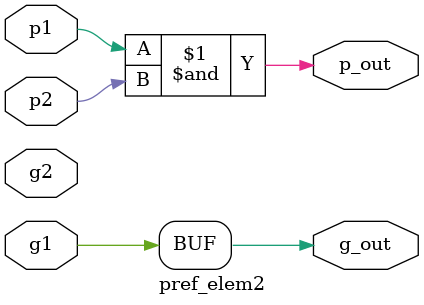
<source format=v>
module pref_elem2 (g1, p1, g2, p2, g_out, p_out);
	input g1;
	input p1;
	input g2;
	input p2;
	output g_out;
	output p_out;
	assign g_out = g1;
	assign p_out = p1&p2;
endmodule

</source>
